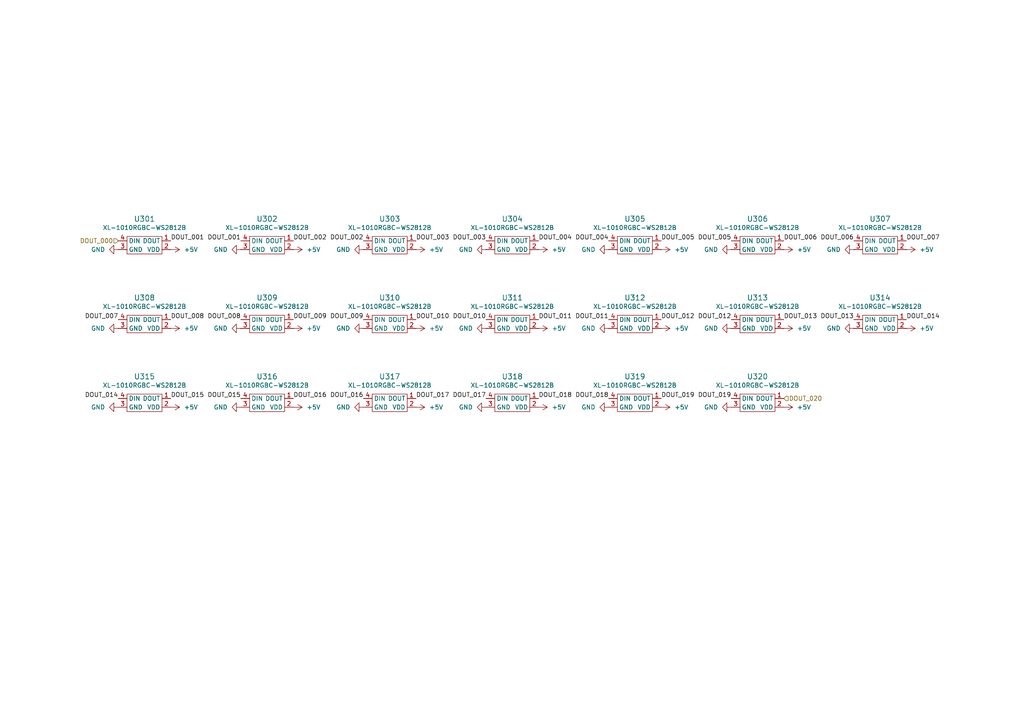
<source format=kicad_sch>
(kicad_sch (version 20250114) (generator "eeschema") (generator_version "9.0")
  (paper "A4")
  (lib_symbols
    (symbol "SK6805-EC10-000:SK6805_EC10-000"
      (property "Reference" "U" (at -2.54 3.556 0))
      (property "Value" "XL-1010RGBC-WS2812B" (at 1.016 -3.81 0))
      (symbol "SK6805_EC10-000_1_1"
        (rectangle (start -5.08 2.54) (end 5.08 -2.54))
        (pin passive line (at -7.62 1.27 0) (length 2.54) (name "DIN") (number "4"))
        (pin passive line (at -7.62 -1.27 0) (length 2.54) (name "GND") (number "3"))
        (pin passive line (at 7.62 1.27 180) (length 2.54) (name "DOUT") (number "1"))
        (pin passive line (at 7.62 -1.27 180) (length 2.54) (name "VDD") (number "2"))
      )
    )
    (symbol "power:+5V" (power) (pin_numbers (hide yes)) (pin_names (offset 0) (hide yes))
      (property "Value" "+5V" (at 0 3.556 0))
      (symbol "+5V_0_1"
        (polyline (pts (xy -0.762 1.27) (xy 0 2.54)))
        (polyline (pts (xy 0 2.54) (xy 0.762 1.27)))
        (polyline (pts (xy 0 0) (xy 0 2.54)))
      )
      (symbol "+5V_1_1"
        (pin power_in line (at 0 0 90) (length 0) (name "~") (number "1"))
      )
    )
    (symbol "power:GND" (power) (pin_numbers (hide yes)) (pin_names (offset 0) (hide yes))
      (property "Value" "GND" (at 0 -3.81 0))
      (symbol "GND_0_1"
        (polyline (pts (xy 0 0) (xy 0 -1.27) (xy 1.27 -1.27) (xy 0 -2.54) (xy -1.27 -1.27) (xy 0 -1.27)))
      )
      (symbol "GND_1_1"
        (pin power_in line (at 0 0 270) (length 0) (name "~") (number "1"))
      )
    )
  )
  (label "DOUT_009" (at 85.09 92.71 0))
  (label "DOUT_016" (at 85.09 115.57 0))
  (label "DOUT_001" (at 49.53 69.85 0))
  (label "DOUT_016" (at 105.41 115.57 180))
  (label "DOUT_006" (at 227.33 69.85 0))
  (label "DOUT_008" (at 69.85 92.71 180))
  (label "DOUT_012" (at 212.09 92.71 180))
  (label "DOUT_002" (at 105.41 69.85 180))
  (label "DOUT_007" (at 262.89 69.85 0))
  (label "DOUT_004" (at 176.53 69.85 180))
  (label "DOUT_007" (at 34.29 92.71 180))
  (label "DOUT_013" (at 247.65 92.71 180))
  (label "DOUT_010" (at 120.65 92.71 0))
  (label "DOUT_017" (at 120.65 115.57 0))
  (label "DOUT_012" (at 191.77 92.71 0))
  (label "DOUT_008" (at 49.53 92.71 0))
  (label "DOUT_005" (at 212.09 69.85 180))
  (label "DOUT_017" (at 140.97 115.57 180))
  (label "DOUT_019" (at 212.09 115.57 180))
  (label "DOUT_014" (at 262.89 92.71 0))
  (label "DOUT_002" (at 85.09 69.85 0))
  (label "DOUT_001" (at 69.85 69.85 180))
  (label "DOUT_013" (at 227.33 92.71 0))
  (label "DOUT_003" (at 140.97 69.85 180))
  (label "DOUT_004" (at 156.21 69.85 0))
  (label "DOUT_006" (at 247.65 69.85 180))
  (label "DOUT_015" (at 69.85 115.57 180))
  (label "DOUT_019" (at 191.77 115.57 0))
  (label "DOUT_009" (at 105.41 92.71 180))
  (label "DOUT_011" (at 176.53 92.71 180))
  (label "DOUT_018" (at 176.53 115.57 180))
  (label "DOUT_015" (at 49.53 115.57 0))
  (label "DOUT_010" (at 140.97 92.71 180))
  (label "DOUT_018" (at 156.21 115.57 0))
  (label "DOUT_014" (at 34.29 115.57 180))
  (label "DOUT_003" (at 120.65 69.85 0))
  (label "DOUT_005" (at 191.77 69.85 0))
  (label "DOUT_011" (at 156.21 92.71 0))
  (hierarchical_label "DOUT_000" (shape input) (at 34.29 69.85 180))
  (hierarchical_label "DOUT_020" (shape input) (at 227.33 115.57 0))
  (symbol (lib_id "SK6805-EC10-000:SK6805_EC10-000") (at 77.47 116.84 0) (unit 1)
    (property "Reference" "U316" (at 77.47 109.22 0) (effects (font (size 1.524 1.524))))
    (property "Value" "XL-1010RGBC-WS2812B" (at 77.47 111.76 0))
    (property "Footprint" "SK6805-EC10-000:SMD-4P,1.1x1.1mm" (effects (hide yes)))
    (property "Datasheet" "4492" (effects (hide yes)))
    (property "LCSC" "C5349953" (effects (hide yes)))
  )
  (symbol (lib_id "power:GND") (at 140.97 72.39 270) (unit 1)
    (property "Reference" "#PWR1237" (effects (hide yes)))
    (property "Value" "GND" (at 137.16 72.3899 90) (effects (justify right)))
    (property "Description" "Power symbol creates a global label with name \"GND\" , ground" (effects (hide yes)))
  )
  (symbol (lib_id "power:GND") (at 140.97 95.25 270) (unit 1)
    (property "Reference" "#PWR1238" (effects (hide yes)))
    (property "Value" "GND" (at 137.16 95.2499 90) (effects (justify right)))
    (property "Description" "Power symbol creates a global label with name \"GND\" , ground" (effects (hide yes)))
  )
  (symbol (lib_id "power:+5V") (at 156.21 72.39 270) (unit 1)
    (property "Reference" "#PWR1246" (effects (hide yes)))
    (property "Value" "+5V" (at 160.02 72.3901 90) (effects (justify left)))
    (property "Description" "Power symbol creates a global label with name \"+5V\"" (effects (hide yes)))
  )
  (symbol (lib_id "power:GND") (at 212.09 95.25 270) (unit 1)
    (property "Reference" "#PWR1262" (effects (hide yes)))
    (property "Value" "GND" (at 208.28 95.2499 90) (effects (justify right)))
    (property "Description" "Power symbol creates a global label with name \"GND\" , ground" (effects (hide yes)))
  )
  (symbol (lib_id "SK6805-EC10-000:SK6805_EC10-000") (at 184.15 71.12 0) (unit 1)
    (property "Reference" "U305" (at 184.15 63.5 0) (effects (font (size 1.524 1.524))))
    (property "Value" "XL-1010RGBC-WS2812B" (at 184.15 66.04 0))
    (property "Footprint" "SK6805-EC10-000:SMD-4P,1.1x1.1mm" (effects (hide yes)))
    (property "Datasheet" "4492" (effects (hide yes)))
    (property "LCSC" "C5349953" (effects (hide yes)))
  )
  (symbol (lib_id "power:+5V") (at 85.09 72.39 270) (unit 1)
    (property "Reference" "#PWR1222" (effects (hide yes)))
    (property "Value" "+5V" (at 88.9 72.3901 90) (effects (justify left)))
    (property "Description" "Power symbol creates a global label with name \"+5V\"" (effects (hide yes)))
  )
  (symbol (lib_id "power:GND") (at 34.29 95.25 270) (unit 1)
    (property "Reference" "#PWR1202" (effects (hide yes)))
    (property "Value" "GND" (at 30.48 95.2499 90) (effects (justify right)))
    (property "Description" "Power symbol creates a global label with name \"GND\" , ground" (effects (hide yes)))
  )
  (symbol (lib_id "power:+5V") (at 120.65 72.39 270) (unit 1)
    (property "Reference" "#PWR1234" (effects (hide yes)))
    (property "Value" "+5V" (at 124.46 72.3901 90) (effects (justify left)))
    (property "Description" "Power symbol creates a global label with name \"+5V\"" (effects (hide yes)))
  )
  (symbol (lib_id "SK6805-EC10-000:SK6805_EC10-000") (at 148.59 71.12 0) (unit 1)
    (property "Reference" "U304" (at 148.59 63.5 0) (effects (font (size 1.524 1.524))))
    (property "Value" "XL-1010RGBC-WS2812B" (at 148.59 66.04 0))
    (property "Footprint" "SK6805-EC10-000:SMD-4P,1.1x1.1mm" (effects (hide yes)))
    (property "Datasheet" "4492" (effects (hide yes)))
    (property "LCSC" "C5349953" (effects (hide yes)))
  )
  (symbol (lib_id "power:+5V") (at 262.89 72.39 270) (unit 1)
    (property "Reference" "#PWR1279" (effects (hide yes)))
    (property "Value" "+5V" (at 266.7 72.3901 90) (effects (justify left)))
    (property "Description" "Power symbol creates a global label with name \"+5V\"" (effects (hide yes)))
  )
  (symbol (lib_id "power:GND") (at 34.29 118.11 270) (unit 1)
    (property "Reference" "#PWR1203" (effects (hide yes)))
    (property "Value" "GND" (at 30.48 118.1099 90) (effects (justify right)))
    (property "Description" "Power symbol creates a global label with name \"GND\" , ground" (effects (hide yes)))
  )
  (symbol (lib_id "SK6805-EC10-000:SK6805_EC10-000") (at 41.91 93.98 0) (unit 1)
    (property "Reference" "U308" (at 41.91 86.36 0) (effects (font (size 1.524 1.524))))
    (property "Value" "XL-1010RGBC-WS2812B" (at 41.91 88.9 0))
    (property "Footprint" "SK6805-EC10-000:SMD-4P,1.1x1.1mm" (effects (hide yes)))
    (property "Datasheet" "4492" (effects (hide yes)))
    (property "LCSC" "C5349953" (effects (hide yes)))
  )
  (symbol (lib_id "power:+5V") (at 262.89 95.25 270) (unit 1)
    (property "Reference" "#PWR1280" (effects (hide yes)))
    (property "Value" "+5V" (at 266.7 95.2501 90) (effects (justify left)))
    (property "Description" "Power symbol creates a global label with name \"+5V\"" (effects (hide yes)))
  )
  (symbol (lib_id "power:+5V") (at 85.09 95.25 270) (unit 1)
    (property "Reference" "#PWR1223" (effects (hide yes)))
    (property "Value" "+5V" (at 88.9 95.2501 90) (effects (justify left)))
    (property "Description" "Power symbol creates a global label with name \"+5V\"" (effects (hide yes)))
  )
  (symbol (lib_id "power:+5V") (at 85.09 118.11 270) (unit 1)
    (property "Reference" "#PWR1224" (effects (hide yes)))
    (property "Value" "+5V" (at 88.9 118.1101 90) (effects (justify left)))
    (property "Description" "Power symbol creates a global label with name \"+5V\"" (effects (hide yes)))
  )
  (symbol (lib_id "SK6805-EC10-000:SK6805_EC10-000") (at 113.03 116.84 0) (unit 1)
    (property "Reference" "U317" (at 113.03 109.22 0) (effects (font (size 1.524 1.524))))
    (property "Value" "XL-1010RGBC-WS2812B" (at 113.03 111.76 0))
    (property "Footprint" "SK6805-EC10-000:SMD-4P,1.1x1.1mm" (effects (hide yes)))
    (property "Datasheet" "4492" (effects (hide yes)))
    (property "LCSC" "C5349953" (effects (hide yes)))
  )
  (symbol (lib_id "SK6805-EC10-000:SK6805_EC10-000") (at 184.15 93.98 0) (unit 1)
    (property "Reference" "U312" (at 184.15 86.36 0) (effects (font (size 1.524 1.524))))
    (property "Value" "XL-1010RGBC-WS2812B" (at 184.15 88.9 0))
    (property "Footprint" "SK6805-EC10-000:SMD-4P,1.1x1.1mm" (effects (hide yes)))
    (property "Datasheet" "4492" (effects (hide yes)))
    (property "LCSC" "C5349953" (effects (hide yes)))
  )
  (symbol (lib_id "power:GND") (at 176.53 95.25 270) (unit 1)
    (property "Reference" "#PWR1250" (effects (hide yes)))
    (property "Value" "GND" (at 172.72 95.2499 90) (effects (justify right)))
    (property "Description" "Power symbol creates a global label with name \"GND\" , ground" (effects (hide yes)))
  )
  (symbol (lib_id "power:+5V") (at 191.77 72.39 270) (unit 1)
    (property "Reference" "#PWR1258" (effects (hide yes)))
    (property "Value" "+5V" (at 195.58 72.3901 90) (effects (justify left)))
    (property "Description" "Power symbol creates a global label with name \"+5V\"" (effects (hide yes)))
  )
  (symbol (lib_id "SK6805-EC10-000:SK6805_EC10-000") (at 41.91 71.12 0) (unit 1)
    (property "Reference" "U301" (at 41.91 63.5 0) (effects (font (size 1.524 1.524))))
    (property "Value" "XL-1010RGBC-WS2812B" (at 41.91 66.04 0))
    (property "Footprint" "SK6805-EC10-000:SMD-4P,1.1x1.1mm" (effects (hide yes)))
    (property "Datasheet" "4492" (effects (hide yes)))
    (property "LCSC" "C5349953" (effects (hide yes)))
  )
  (symbol (lib_id "power:GND") (at 140.97 118.11 270) (unit 1)
    (property "Reference" "#PWR1239" (effects (hide yes)))
    (property "Value" "GND" (at 137.16 118.1099 90) (effects (justify right)))
    (property "Description" "Power symbol creates a global label with name \"GND\" , ground" (effects (hide yes)))
  )
  (symbol (lib_id "SK6805-EC10-000:SK6805_EC10-000") (at 219.71 71.12 0) (unit 1)
    (property "Reference" "U306" (at 219.71 63.5 0) (effects (font (size 1.524 1.524))))
    (property "Value" "XL-1010RGBC-WS2812B" (at 219.71 66.04 0))
    (property "Footprint" "SK6805-EC10-000:SMD-4P,1.1x1.1mm" (effects (hide yes)))
    (property "Datasheet" "4492" (effects (hide yes)))
    (property "LCSC" "C5349953" (effects (hide yes)))
  )
  (symbol (lib_id "SK6805-EC10-000:SK6805_EC10-000") (at 219.71 93.98 0) (unit 1)
    (property "Reference" "U313" (at 219.71 86.36 0) (effects (font (size 1.524 1.524))))
    (property "Value" "XL-1010RGBC-WS2812B" (at 219.71 88.9 0))
    (property "Footprint" "SK6805-EC10-000:SMD-4P,1.1x1.1mm" (effects (hide yes)))
    (property "Datasheet" "4492" (effects (hide yes)))
    (property "LCSC" "C5349953" (effects (hide yes)))
  )
  (symbol (lib_id "SK6805-EC10-000:SK6805_EC10-000") (at 41.91 116.84 0) (unit 1)
    (property "Reference" "U315" (at 41.91 109.22 0) (effects (font (size 1.524 1.524))))
    (property "Value" "XL-1010RGBC-WS2812B" (at 41.91 111.76 0))
    (property "Footprint" "SK6805-EC10-000:SMD-4P,1.1x1.1mm" (effects (hide yes)))
    (property "Datasheet" "4492" (effects (hide yes)))
    (property "LCSC" "C5349953" (effects (hide yes)))
  )
  (symbol (lib_id "power:+5V") (at 49.53 95.25 270) (unit 1)
    (property "Reference" "#PWR1211" (effects (hide yes)))
    (property "Value" "+5V" (at 53.34 95.2501 90) (effects (justify left)))
    (property "Description" "Power symbol creates a global label with name \"+5V\"" (effects (hide yes)))
  )
  (symbol (lib_id "SK6805-EC10-000:SK6805_EC10-000") (at 113.03 93.98 0) (unit 1)
    (property "Reference" "U310" (at 113.03 86.36 0) (effects (font (size 1.524 1.524))))
    (property "Value" "XL-1010RGBC-WS2812B" (at 113.03 88.9 0))
    (property "Footprint" "SK6805-EC10-000:SMD-4P,1.1x1.1mm" (effects (hide yes)))
    (property "Datasheet" "4492" (effects (hide yes)))
    (property "LCSC" "C5349953" (effects (hide yes)))
  )
  (symbol (lib_id "power:+5V") (at 120.65 95.25 270) (unit 1)
    (property "Reference" "#PWR1235" (effects (hide yes)))
    (property "Value" "+5V" (at 124.46 95.2501 90) (effects (justify left)))
    (property "Description" "Power symbol creates a global label with name \"+5V\"" (effects (hide yes)))
  )
  (symbol (lib_id "SK6805-EC10-000:SK6805_EC10-000") (at 219.71 116.84 0) (unit 1)
    (property "Reference" "U320" (at 219.71 109.22 0) (effects (font (size 1.524 1.524))))
    (property "Value" "XL-1010RGBC-WS2812B" (at 219.71 111.76 0))
    (property "Footprint" "SK6805-EC10-000:SMD-4P,1.1x1.1mm" (effects (hide yes)))
    (property "Datasheet" "4492" (effects (hide yes)))
    (property "LCSC" "C5349953" (effects (hide yes)))
  )
  (symbol (lib_id "power:+5V") (at 227.33 118.11 270) (unit 1)
    (property "Reference" "#PWR1272" (effects (hide yes)))
    (property "Value" "+5V" (at 231.14 118.1101 90) (effects (justify left)))
    (property "Description" "Power symbol creates a global label with name \"+5V\"" (effects (hide yes)))
  )
  (symbol (lib_id "power:+5V") (at 191.77 118.11 270) (unit 1)
    (property "Reference" "#PWR1260" (effects (hide yes)))
    (property "Value" "+5V" (at 195.58 118.1101 90) (effects (justify left)))
    (property "Description" "Power symbol creates a global label with name \"+5V\"" (effects (hide yes)))
  )
  (symbol (lib_id "power:+5V") (at 49.53 118.11 270) (unit 1)
    (property "Reference" "#PWR1212" (effects (hide yes)))
    (property "Value" "+5V" (at 53.34 118.1101 90) (effects (justify left)))
    (property "Description" "Power symbol creates a global label with name \"+5V\"" (effects (hide yes)))
  )
  (symbol (lib_id "power:GND") (at 105.41 72.39 270) (unit 1)
    (property "Reference" "#PWR1225" (effects (hide yes)))
    (property "Value" "GND" (at 101.6 72.3899 90) (effects (justify right)))
    (property "Description" "Power symbol creates a global label with name \"GND\" , ground" (effects (hide yes)))
  )
  (symbol (lib_id "SK6805-EC10-000:SK6805_EC10-000") (at 184.15 116.84 0) (unit 1)
    (property "Reference" "U319" (at 184.15 109.22 0) (effects (font (size 1.524 1.524))))
    (property "Value" "XL-1010RGBC-WS2812B" (at 184.15 111.76 0))
    (property "Footprint" "SK6805-EC10-000:SMD-4P,1.1x1.1mm" (effects (hide yes)))
    (property "Datasheet" "4492" (effects (hide yes)))
    (property "LCSC" "C5349953" (effects (hide yes)))
  )
  (symbol (lib_id "SK6805-EC10-000:SK6805_EC10-000") (at 255.27 71.12 0) (unit 1)
    (property "Reference" "U307" (at 255.27 63.5 0) (effects (font (size 1.524 1.524))))
    (property "Value" "XL-1010RGBC-WS2812B" (at 255.27 66.04 0))
    (property "Footprint" "SK6805-EC10-000:SMD-4P,1.1x1.1mm" (effects (hide yes)))
    (property "Datasheet" "4492" (effects (hide yes)))
    (property "LCSC" "C5349953" (effects (hide yes)))
  )
  (symbol (lib_id "SK6805-EC10-000:SK6805_EC10-000") (at 148.59 93.98 0) (unit 1)
    (property "Reference" "U311" (at 148.59 86.36 0) (effects (font (size 1.524 1.524))))
    (property "Value" "XL-1010RGBC-WS2812B" (at 148.59 88.9 0))
    (property "Footprint" "SK6805-EC10-000:SMD-4P,1.1x1.1mm" (effects (hide yes)))
    (property "Datasheet" "4492" (effects (hide yes)))
    (property "LCSC" "C5349953" (effects (hide yes)))
  )
  (symbol (lib_id "power:GND") (at 69.85 118.11 270) (unit 1)
    (property "Reference" "#PWR1215" (effects (hide yes)))
    (property "Value" "GND" (at 66.04 118.1099 90) (effects (justify right)))
    (property "Description" "Power symbol creates a global label with name \"GND\" , ground" (effects (hide yes)))
  )
  (symbol (lib_id "power:GND") (at 247.65 72.39 270) (unit 1)
    (property "Reference" "#PWR1273" (effects (hide yes)))
    (property "Value" "GND" (at 243.84 72.3899 90) (effects (justify right)))
    (property "Description" "Power symbol creates a global label with name \"GND\" , ground" (effects (hide yes)))
  )
  (symbol (lib_id "power:GND") (at 105.41 118.11 270) (unit 1)
    (property "Reference" "#PWR1227" (effects (hide yes)))
    (property "Value" "GND" (at 101.6 118.1099 90) (effects (justify right)))
    (property "Description" "Power symbol creates a global label with name \"GND\" , ground" (effects (hide yes)))
  )
  (symbol (lib_id "power:+5V") (at 120.65 118.11 270) (unit 1)
    (property "Reference" "#PWR1236" (effects (hide yes)))
    (property "Value" "+5V" (at 124.46 118.1101 90) (effects (justify left)))
    (property "Description" "Power symbol creates a global label with name \"+5V\"" (effects (hide yes)))
  )
  (symbol (lib_id "power:+5V") (at 49.53 72.39 270) (unit 1)
    (property "Reference" "#PWR1210" (effects (hide yes)))
    (property "Value" "+5V" (at 53.34 72.3901 90) (effects (justify left)))
    (property "Description" "Power symbol creates a global label with name \"+5V\"" (effects (hide yes)))
  )
  (symbol (lib_id "SK6805-EC10-000:SK6805_EC10-000") (at 255.27 93.98 0) (unit 1)
    (property "Reference" "U314" (at 255.27 86.36 0) (effects (font (size 1.524 1.524))))
    (property "Value" "XL-1010RGBC-WS2812B" (at 255.27 88.9 0))
    (property "Footprint" "SK6805-EC10-000:SMD-4P,1.1x1.1mm" (effects (hide yes)))
    (property "Datasheet" "4492" (effects (hide yes)))
    (property "LCSC" "C5349953" (effects (hide yes)))
  )
  (symbol (lib_id "SK6805-EC10-000:SK6805_EC10-000") (at 77.47 93.98 0) (unit 1)
    (property "Reference" "U309" (at 77.47 86.36 0) (effects (font (size 1.524 1.524))))
    (property "Value" "XL-1010RGBC-WS2812B" (at 77.47 88.9 0))
    (property "Footprint" "SK6805-EC10-000:SMD-4P,1.1x1.1mm" (effects (hide yes)))
    (property "Datasheet" "4492" (effects (hide yes)))
    (property "LCSC" "C5349953" (effects (hide yes)))
  )
  (symbol (lib_id "power:GND") (at 212.09 72.39 270) (unit 1)
    (property "Reference" "#PWR1261" (effects (hide yes)))
    (property "Value" "GND" (at 208.28 72.3899 90) (effects (justify right)))
    (property "Description" "Power symbol creates a global label with name \"GND\" , ground" (effects (hide yes)))
  )
  (symbol (lib_id "power:GND") (at 176.53 118.11 270) (unit 1)
    (property "Reference" "#PWR1251" (effects (hide yes)))
    (property "Value" "GND" (at 172.72 118.1099 90) (effects (justify right)))
    (property "Description" "Power symbol creates a global label with name \"GND\" , ground" (effects (hide yes)))
  )
  (symbol (lib_id "SK6805-EC10-000:SK6805_EC10-000") (at 113.03 71.12 0) (unit 1)
    (property "Reference" "U303" (at 113.03 63.5 0) (effects (font (size 1.524 1.524))))
    (property "Value" "XL-1010RGBC-WS2812B" (at 113.03 66.04 0))
    (property "Footprint" "SK6805-EC10-000:SMD-4P,1.1x1.1mm" (effects (hide yes)))
    (property "Datasheet" "4492" (effects (hide yes)))
    (property "LCSC" "C5349953" (effects (hide yes)))
  )
  (symbol (lib_id "power:+5V") (at 156.21 95.25 270) (unit 1)
    (property "Reference" "#PWR1247" (effects (hide yes)))
    (property "Value" "+5V" (at 160.02 95.2501 90) (effects (justify left)))
    (property "Description" "Power symbol creates a global label with name \"+5V\"" (effects (hide yes)))
  )
  (symbol (lib_id "power:GND") (at 69.85 95.25 270) (unit 1)
    (property "Reference" "#PWR1214" (effects (hide yes)))
    (property "Value" "GND" (at 66.04 95.2499 90) (effects (justify right)))
    (property "Description" "Power symbol creates a global label with name \"GND\" , ground" (effects (hide yes)))
  )
  (symbol (lib_id "power:+5V") (at 156.21 118.11 270) (unit 1)
    (property "Reference" "#PWR1248" (effects (hide yes)))
    (property "Value" "+5V" (at 160.02 118.1101 90) (effects (justify left)))
    (property "Description" "Power symbol creates a global label with name \"+5V\"" (effects (hide yes)))
  )
  (symbol (lib_id "power:GND") (at 69.85 72.39 270) (unit 1)
    (property "Reference" "#PWR1213" (effects (hide yes)))
    (property "Value" "GND" (at 66.04 72.3899 90) (effects (justify right)))
    (property "Description" "Power symbol creates a global label with name \"GND\" , ground" (effects (hide yes)))
  )
  (symbol (lib_id "power:GND") (at 176.53 72.39 270) (unit 1)
    (property "Reference" "#PWR1249" (effects (hide yes)))
    (property "Value" "GND" (at 172.72 72.3899 90) (effects (justify right)))
    (property "Description" "Power symbol creates a global label with name \"GND\" , ground" (effects (hide yes)))
  )
  (symbol (lib_id "power:GND") (at 247.65 95.25 270) (unit 1)
    (property "Reference" "#PWR1274" (effects (hide yes)))
    (property "Value" "GND" (at 243.84 95.2499 90) (effects (justify right)))
    (property "Description" "Power symbol creates a global label with name \"GND\" , ground" (effects (hide yes)))
  )
  (symbol (lib_id "power:+5V") (at 227.33 72.39 270) (unit 1)
    (property "Reference" "#PWR1270" (effects (hide yes)))
    (property "Value" "+5V" (at 231.14 72.3901 90) (effects (justify left)))
    (property "Description" "Power symbol creates a global label with name \"+5V\"" (effects (hide yes)))
  )
  (symbol (lib_id "power:GND") (at 34.29 72.39 270) (unit 1)
    (property "Reference" "#PWR1201" (effects (hide yes)))
    (property "Value" "GND" (at 30.48 72.3899 90) (effects (justify right)))
    (property "Description" "Power symbol creates a global label with name \"GND\" , ground" (effects (hide yes)))
  )
  (symbol (lib_id "power:GND") (at 105.41 95.25 270) (unit 1)
    (property "Reference" "#PWR1226" (effects (hide yes)))
    (property "Value" "GND" (at 101.6 95.2499 90) (effects (justify right)))
    (property "Description" "Power symbol creates a global label with name \"GND\" , ground" (effects (hide yes)))
  )
  (symbol (lib_id "SK6805-EC10-000:SK6805_EC10-000") (at 77.47 71.12 0) (unit 1)
    (property "Reference" "U302" (at 77.47 63.5 0) (effects (font (size 1.524 1.524))))
    (property "Value" "XL-1010RGBC-WS2812B" (at 77.47 66.04 0))
    (property "Footprint" "SK6805-EC10-000:SMD-4P,1.1x1.1mm" (effects (hide yes)))
    (property "Datasheet" "4492" (effects (hide yes)))
    (property "LCSC" "C5349953" (effects (hide yes)))
  )
  (symbol (lib_id "power:GND") (at 212.09 118.11 270) (unit 1)
    (property "Reference" "#PWR1263" (effects (hide yes)))
    (property "Value" "GND" (at 208.28 118.1099 90) (effects (justify right)))
    (property "Description" "Power symbol creates a global label with name \"GND\" , ground" (effects (hide yes)))
  )
  (symbol (lib_id "power:+5V") (at 191.77 95.25 270) (unit 1)
    (property "Reference" "#PWR1259" (effects (hide yes)))
    (property "Value" "+5V" (at 195.58 95.2501 90) (effects (justify left)))
    (property "Description" "Power symbol creates a global label with name \"+5V\"" (effects (hide yes)))
  )
  (symbol (lib_id "SK6805-EC10-000:SK6805_EC10-000") (at 148.59 116.84 0) (unit 1)
    (property "Reference" "U318" (at 148.59 109.22 0) (effects (font (size 1.524 1.524))))
    (property "Value" "XL-1010RGBC-WS2812B" (at 148.59 111.76 0))
    (property "Footprint" "SK6805-EC10-000:SMD-4P,1.1x1.1mm" (effects (hide yes)))
    (property "Datasheet" "4492" (effects (hide yes)))
    (property "LCSC" "C5349953" (effects (hide yes)))
  )
  (symbol (lib_id "power:+5V") (at 227.33 95.25 270) (unit 1)
    (property "Reference" "#PWR1271" (effects (hide yes)))
    (property "Value" "+5V" (at 231.14 95.2501 90) (effects (justify left)))
    (property "Description" "Power symbol creates a global label with name \"+5V\"" (effects (hide yes)))
  )
)
</source>
